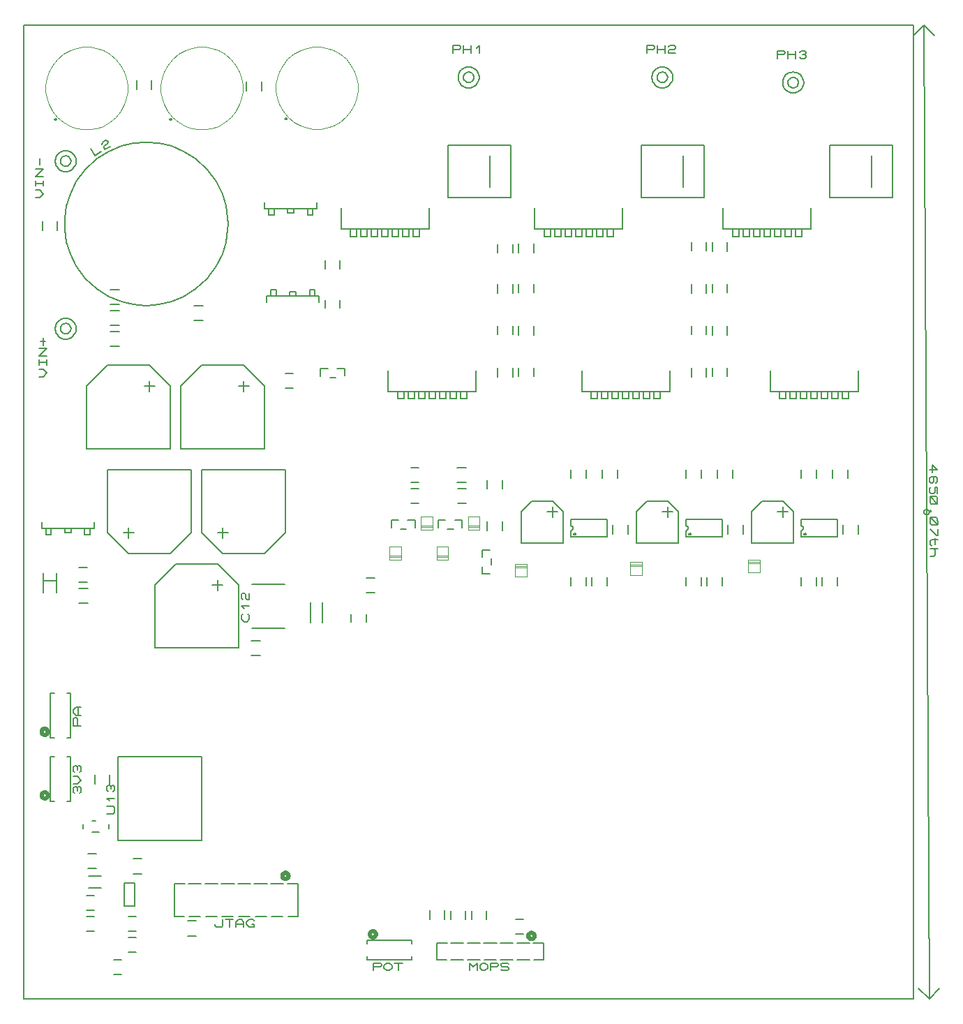
<source format=gbr>
G04 PROTEUS GERBER X2 FILE*
%TF.GenerationSoftware,Labcenter,Proteus,8.7-SP3-Build25561*%
%TF.CreationDate,2021-06-23T20:43:36+00:00*%
%TF.FileFunction,Legend,Top*%
%TF.FilePolarity,Positive*%
%TF.Part,Single*%
%TF.SameCoordinates,{72a0a031-abb8-4097-8df3-996e39d3871e}*%
%FSLAX45Y45*%
%MOMM*%
G01*
%TA.AperFunction,Profile*%
%ADD47C,0.203200*%
%TA.AperFunction,Material*%
%ADD61C,0.203200*%
%ADD62C,0.200000*%
%ADD63C,0.101600*%
%ADD64C,0.508000*%
%ADD65C,0.152400*%
%ADD66C,0.120000*%
%TA.AperFunction,NonMaterial*%
%ADD48C,0.203200*%
%TD.AperFunction*%
D47*
X-1079500Y-9461500D02*
X+9715500Y-9461500D01*
X+9715500Y+2349500D01*
X-1079500Y+2349500D01*
X-1079500Y-9461500D01*
D61*
X+3340100Y-1841500D02*
X+3340100Y-2095500D01*
X+4406900Y-2095500D01*
X+4406900Y-1841500D02*
X+4406900Y-2095500D01*
X+3454400Y-2184400D02*
X+3530600Y-2184400D01*
X+3530600Y-2095500D01*
X+3454400Y-2095500D01*
X+3454400Y-2184400D01*
X+3581400Y-2184400D02*
X+3657600Y-2184400D01*
X+3657600Y-2095500D01*
X+3581400Y-2095500D01*
X+3581400Y-2184400D01*
X+3708400Y-2184400D02*
X+3784600Y-2184400D01*
X+3784600Y-2095500D01*
X+3708400Y-2095500D01*
X+3708400Y-2184400D01*
X+3835400Y-2184400D02*
X+3911600Y-2184400D01*
X+3911600Y-2095500D01*
X+3835400Y-2095500D01*
X+3835400Y-2184400D01*
X+3962400Y-2184400D02*
X+4038600Y-2184400D01*
X+4038600Y-2095500D01*
X+3962400Y-2095500D01*
X+3962400Y-2184400D01*
X+4089400Y-2184400D02*
X+4165600Y-2184400D01*
X+4165600Y-2095500D01*
X+4089400Y-2095500D01*
X+4089400Y-2184400D01*
X+4216400Y-2184400D02*
X+4292600Y-2184400D01*
X+4292600Y-2095500D01*
X+4216400Y-2095500D01*
X+4216400Y-2184400D01*
X+5118100Y+127000D02*
X+5118100Y-127000D01*
X+6184900Y-127000D01*
X+6184900Y+127000D02*
X+6184900Y-127000D01*
X+5232400Y-215900D02*
X+5308600Y-215900D01*
X+5308600Y-127000D01*
X+5232400Y-127000D01*
X+5232400Y-215900D01*
X+5359400Y-215900D02*
X+5435600Y-215900D01*
X+5435600Y-127000D01*
X+5359400Y-127000D01*
X+5359400Y-215900D01*
X+5486400Y-215900D02*
X+5562600Y-215900D01*
X+5562600Y-127000D01*
X+5486400Y-127000D01*
X+5486400Y-215900D01*
X+5613400Y-215900D02*
X+5689600Y-215900D01*
X+5689600Y-127000D01*
X+5613400Y-127000D01*
X+5613400Y-215900D01*
X+5740400Y-215900D02*
X+5816600Y-215900D01*
X+5816600Y-127000D01*
X+5740400Y-127000D01*
X+5740400Y-215900D01*
X+5867400Y-215900D02*
X+5943600Y-215900D01*
X+5943600Y-127000D01*
X+5867400Y-127000D01*
X+5867400Y-215900D01*
X+5994400Y-215900D02*
X+6070600Y-215900D01*
X+6070600Y-127000D01*
X+5994400Y-127000D01*
X+5994400Y-215900D01*
X+5689600Y-1841500D02*
X+5689600Y-2095500D01*
X+6756400Y-2095500D01*
X+6756400Y-1841500D02*
X+6756400Y-2095500D01*
X+5803900Y-2184400D02*
X+5880100Y-2184400D01*
X+5880100Y-2095500D01*
X+5803900Y-2095500D01*
X+5803900Y-2184400D01*
X+5930900Y-2184400D02*
X+6007100Y-2184400D01*
X+6007100Y-2095500D01*
X+5930900Y-2095500D01*
X+5930900Y-2184400D01*
X+6057900Y-2184400D02*
X+6134100Y-2184400D01*
X+6134100Y-2095500D01*
X+6057900Y-2095500D01*
X+6057900Y-2184400D01*
X+6184900Y-2184400D02*
X+6261100Y-2184400D01*
X+6261100Y-2095500D01*
X+6184900Y-2095500D01*
X+6184900Y-2184400D01*
X+6311900Y-2184400D02*
X+6388100Y-2184400D01*
X+6388100Y-2095500D01*
X+6311900Y-2095500D01*
X+6311900Y-2184400D01*
X+6438900Y-2184400D02*
X+6515100Y-2184400D01*
X+6515100Y-2095500D01*
X+6438900Y-2095500D01*
X+6438900Y-2184400D01*
X+6565900Y-2184400D02*
X+6642100Y-2184400D01*
X+6642100Y-2095500D01*
X+6565900Y-2095500D01*
X+6565900Y-2184400D01*
X+7404100Y+127000D02*
X+7404100Y-127000D01*
X+8470900Y-127000D01*
X+8470900Y+127000D02*
X+8470900Y-127000D01*
X+7518400Y-215900D02*
X+7594600Y-215900D01*
X+7594600Y-127000D01*
X+7518400Y-127000D01*
X+7518400Y-215900D01*
X+7645400Y-215900D02*
X+7721600Y-215900D01*
X+7721600Y-127000D01*
X+7645400Y-127000D01*
X+7645400Y-215900D01*
X+7772400Y-215900D02*
X+7848600Y-215900D01*
X+7848600Y-127000D01*
X+7772400Y-127000D01*
X+7772400Y-215900D01*
X+7899400Y-215900D02*
X+7975600Y-215900D01*
X+7975600Y-127000D01*
X+7899400Y-127000D01*
X+7899400Y-215900D01*
X+8026400Y-215900D02*
X+8102600Y-215900D01*
X+8102600Y-127000D01*
X+8026400Y-127000D01*
X+8026400Y-215900D01*
X+8153400Y-215900D02*
X+8229600Y-215900D01*
X+8229600Y-127000D01*
X+8153400Y-127000D01*
X+8153400Y-215900D01*
X+8280400Y-215900D02*
X+8356600Y-215900D01*
X+8356600Y-127000D01*
X+8280400Y-127000D01*
X+8280400Y-215900D01*
X+7975600Y-1841500D02*
X+7975600Y-2095500D01*
X+9042400Y-2095500D01*
X+9042400Y-1841500D02*
X+9042400Y-2095500D01*
X+8089900Y-2184400D02*
X+8166100Y-2184400D01*
X+8166100Y-2095500D01*
X+8089900Y-2095500D01*
X+8089900Y-2184400D01*
X+8216900Y-2184400D02*
X+8293100Y-2184400D01*
X+8293100Y-2095500D01*
X+8216900Y-2095500D01*
X+8216900Y-2184400D01*
X+8343900Y-2184400D02*
X+8420100Y-2184400D01*
X+8420100Y-2095500D01*
X+8343900Y-2095500D01*
X+8343900Y-2184400D01*
X+8470900Y-2184400D02*
X+8547100Y-2184400D01*
X+8547100Y-2095500D01*
X+8470900Y-2095500D01*
X+8470900Y-2184400D01*
X+8597900Y-2184400D02*
X+8674100Y-2184400D01*
X+8674100Y-2095500D01*
X+8597900Y-2095500D01*
X+8597900Y-2184400D01*
X+8724900Y-2184400D02*
X+8801100Y-2184400D01*
X+8801100Y-2095500D01*
X+8724900Y-2095500D01*
X+8724900Y-2184400D01*
X+8851900Y-2184400D02*
X+8928100Y-2184400D01*
X+8928100Y-2095500D01*
X+8851900Y-2095500D01*
X+8851900Y-2184400D01*
X+2768600Y+127000D02*
X+2768600Y-127000D01*
X+3835400Y-127000D01*
X+3835400Y+127000D02*
X+3835400Y-127000D01*
X+2882900Y-215900D02*
X+2959100Y-215900D01*
X+2959100Y-127000D01*
X+2882900Y-127000D01*
X+2882900Y-215900D01*
X+3009900Y-215900D02*
X+3086100Y-215900D01*
X+3086100Y-127000D01*
X+3009900Y-127000D01*
X+3009900Y-215900D01*
X+3136900Y-215900D02*
X+3213100Y-215900D01*
X+3213100Y-127000D01*
X+3136900Y-127000D01*
X+3136900Y-215900D01*
X+3263900Y-215900D02*
X+3340100Y-215900D01*
X+3340100Y-127000D01*
X+3263900Y-127000D01*
X+3263900Y-215900D01*
X+3390900Y-215900D02*
X+3467100Y-215900D01*
X+3467100Y-127000D01*
X+3390900Y-127000D01*
X+3390900Y-215900D01*
X+3517900Y-215900D02*
X+3594100Y-215900D01*
X+3594100Y-127000D01*
X+3517900Y-127000D01*
X+3517900Y-215900D01*
X+3644900Y-215900D02*
X+3721100Y-215900D01*
X+3721100Y-127000D01*
X+3644900Y-127000D01*
X+3644900Y-215900D01*
X+6413500Y+254000D02*
X+7175500Y+254000D01*
X+7175500Y+889000D01*
X+6413500Y+889000D01*
X+6413500Y+254000D01*
X+6921500Y+762000D02*
X+6921500Y+381000D01*
X+8699500Y+254000D02*
X+9461500Y+254000D01*
X+9461500Y+889000D01*
X+8699500Y+889000D01*
X+8699500Y+254000D01*
X+9207500Y+762000D02*
X+9207500Y+381000D01*
X+4064000Y+254000D02*
X+4826000Y+254000D01*
X+4826000Y+889000D01*
X+4064000Y+889000D01*
X+4064000Y+254000D01*
X+4572000Y+762000D02*
X+4572000Y+381000D01*
X+4445000Y+1714500D02*
X+4444573Y+1724909D01*
X+4441101Y+1745728D01*
X+4433845Y+1766547D01*
X+4422017Y+1787366D01*
X+4403920Y+1808024D01*
X+4383101Y+1823545D01*
X+4362282Y+1833530D01*
X+4341463Y+1839314D01*
X+4320644Y+1841472D01*
X+4318000Y+1841500D01*
X+4191000Y+1714500D02*
X+4191427Y+1724909D01*
X+4194899Y+1745728D01*
X+4202155Y+1766547D01*
X+4213983Y+1787366D01*
X+4232080Y+1808024D01*
X+4252899Y+1823545D01*
X+4273718Y+1833530D01*
X+4294537Y+1839314D01*
X+4315356Y+1841472D01*
X+4318000Y+1841500D01*
X+4191000Y+1714500D02*
X+4191427Y+1704091D01*
X+4194899Y+1683272D01*
X+4202155Y+1662453D01*
X+4213983Y+1641634D01*
X+4232080Y+1620976D01*
X+4252899Y+1605455D01*
X+4273718Y+1595470D01*
X+4294537Y+1589686D01*
X+4315356Y+1587528D01*
X+4318000Y+1587500D01*
X+4445000Y+1714500D02*
X+4444573Y+1704091D01*
X+4441101Y+1683272D01*
X+4433845Y+1662453D01*
X+4422017Y+1641634D01*
X+4403920Y+1620976D01*
X+4383101Y+1605455D01*
X+4362282Y+1595470D01*
X+4341463Y+1589686D01*
X+4320644Y+1587528D01*
X+4318000Y+1587500D01*
X+4381500Y+1714500D02*
X+4381283Y+1719747D01*
X+4379518Y+1730242D01*
X+4375826Y+1740737D01*
X+4369798Y+1751232D01*
X+4360576Y+1761612D01*
X+4350081Y+1769300D01*
X+4339586Y+1774218D01*
X+4329091Y+1777024D01*
X+4318596Y+1777997D01*
X+4318000Y+1778000D01*
X+4254500Y+1714500D02*
X+4254717Y+1719747D01*
X+4256482Y+1730242D01*
X+4260174Y+1740737D01*
X+4266202Y+1751232D01*
X+4275424Y+1761612D01*
X+4285919Y+1769300D01*
X+4296414Y+1774218D01*
X+4306909Y+1777024D01*
X+4317404Y+1777997D01*
X+4318000Y+1778000D01*
X+4254500Y+1714500D02*
X+4254717Y+1709253D01*
X+4256482Y+1698758D01*
X+4260174Y+1688263D01*
X+4266202Y+1677768D01*
X+4275424Y+1667388D01*
X+4285919Y+1659700D01*
X+4296414Y+1654782D01*
X+4306909Y+1651976D01*
X+4317404Y+1651003D01*
X+4318000Y+1651000D01*
X+4381500Y+1714500D02*
X+4381283Y+1709253D01*
X+4379518Y+1698758D01*
X+4375826Y+1688263D01*
X+4369798Y+1677768D01*
X+4360576Y+1667388D01*
X+4350081Y+1659700D01*
X+4339586Y+1654782D01*
X+4329091Y+1651976D01*
X+4318596Y+1651003D01*
X+4318000Y+1651000D01*
X+4127500Y+2009140D02*
X+4127500Y+2100580D01*
X+4206875Y+2100580D01*
X+4222750Y+2085340D01*
X+4222750Y+2070100D01*
X+4206875Y+2054860D01*
X+4127500Y+2054860D01*
X+4254500Y+2009140D02*
X+4254500Y+2100580D01*
X+4349750Y+2100580D02*
X+4349750Y+2009140D01*
X+4254500Y+2054860D02*
X+4349750Y+2054860D01*
X+4413250Y+2070100D02*
X+4445000Y+2100580D01*
X+4445000Y+2009140D01*
X+6794500Y+1714500D02*
X+6794073Y+1724909D01*
X+6790601Y+1745728D01*
X+6783345Y+1766547D01*
X+6771517Y+1787366D01*
X+6753420Y+1808024D01*
X+6732601Y+1823545D01*
X+6711782Y+1833530D01*
X+6690963Y+1839314D01*
X+6670144Y+1841472D01*
X+6667500Y+1841500D01*
X+6540500Y+1714500D02*
X+6540927Y+1724909D01*
X+6544399Y+1745728D01*
X+6551655Y+1766547D01*
X+6563483Y+1787366D01*
X+6581580Y+1808024D01*
X+6602399Y+1823545D01*
X+6623218Y+1833530D01*
X+6644037Y+1839314D01*
X+6664856Y+1841472D01*
X+6667500Y+1841500D01*
X+6540500Y+1714500D02*
X+6540927Y+1704091D01*
X+6544399Y+1683272D01*
X+6551655Y+1662453D01*
X+6563483Y+1641634D01*
X+6581580Y+1620976D01*
X+6602399Y+1605455D01*
X+6623218Y+1595470D01*
X+6644037Y+1589686D01*
X+6664856Y+1587528D01*
X+6667500Y+1587500D01*
X+6794500Y+1714500D02*
X+6794073Y+1704091D01*
X+6790601Y+1683272D01*
X+6783345Y+1662453D01*
X+6771517Y+1641634D01*
X+6753420Y+1620976D01*
X+6732601Y+1605455D01*
X+6711782Y+1595470D01*
X+6690963Y+1589686D01*
X+6670144Y+1587528D01*
X+6667500Y+1587500D01*
X+6731000Y+1714500D02*
X+6730783Y+1719747D01*
X+6729018Y+1730242D01*
X+6725326Y+1740737D01*
X+6719298Y+1751232D01*
X+6710076Y+1761612D01*
X+6699581Y+1769300D01*
X+6689086Y+1774218D01*
X+6678591Y+1777024D01*
X+6668096Y+1777997D01*
X+6667500Y+1778000D01*
X+6604000Y+1714500D02*
X+6604217Y+1719747D01*
X+6605982Y+1730242D01*
X+6609674Y+1740737D01*
X+6615702Y+1751232D01*
X+6624924Y+1761612D01*
X+6635419Y+1769300D01*
X+6645914Y+1774218D01*
X+6656409Y+1777024D01*
X+6666904Y+1777997D01*
X+6667500Y+1778000D01*
X+6604000Y+1714500D02*
X+6604217Y+1709253D01*
X+6605982Y+1698758D01*
X+6609674Y+1688263D01*
X+6615702Y+1677768D01*
X+6624924Y+1667388D01*
X+6635419Y+1659700D01*
X+6645914Y+1654782D01*
X+6656409Y+1651976D01*
X+6666904Y+1651003D01*
X+6667500Y+1651000D01*
X+6731000Y+1714500D02*
X+6730783Y+1709253D01*
X+6729018Y+1698758D01*
X+6725326Y+1688263D01*
X+6719298Y+1677768D01*
X+6710076Y+1667388D01*
X+6699581Y+1659700D01*
X+6689086Y+1654782D01*
X+6678591Y+1651976D01*
X+6668096Y+1651003D01*
X+6667500Y+1651000D01*
X+6477000Y+2009140D02*
X+6477000Y+2100580D01*
X+6556375Y+2100580D01*
X+6572250Y+2085340D01*
X+6572250Y+2070100D01*
X+6556375Y+2054860D01*
X+6477000Y+2054860D01*
X+6604000Y+2009140D02*
X+6604000Y+2100580D01*
X+6699250Y+2100580D02*
X+6699250Y+2009140D01*
X+6604000Y+2054860D02*
X+6699250Y+2054860D01*
X+6746875Y+2085340D02*
X+6762750Y+2100580D01*
X+6810375Y+2100580D01*
X+6826250Y+2085340D01*
X+6826250Y+2070100D01*
X+6810375Y+2054860D01*
X+6762750Y+2054860D01*
X+6746875Y+2039620D01*
X+6746875Y+2009140D01*
X+6826250Y+2009140D01*
X+8382000Y+1651000D02*
X+8381573Y+1661409D01*
X+8378101Y+1682228D01*
X+8370845Y+1703047D01*
X+8359017Y+1723866D01*
X+8340920Y+1744524D01*
X+8320101Y+1760045D01*
X+8299282Y+1770030D01*
X+8278463Y+1775814D01*
X+8257644Y+1777972D01*
X+8255000Y+1778000D01*
X+8128000Y+1651000D02*
X+8128427Y+1661409D01*
X+8131899Y+1682228D01*
X+8139155Y+1703047D01*
X+8150983Y+1723866D01*
X+8169080Y+1744524D01*
X+8189899Y+1760045D01*
X+8210718Y+1770030D01*
X+8231537Y+1775814D01*
X+8252356Y+1777972D01*
X+8255000Y+1778000D01*
X+8128000Y+1651000D02*
X+8128427Y+1640591D01*
X+8131899Y+1619772D01*
X+8139155Y+1598953D01*
X+8150983Y+1578134D01*
X+8169080Y+1557476D01*
X+8189899Y+1541955D01*
X+8210718Y+1531970D01*
X+8231537Y+1526186D01*
X+8252356Y+1524028D01*
X+8255000Y+1524000D01*
X+8382000Y+1651000D02*
X+8381573Y+1640591D01*
X+8378101Y+1619772D01*
X+8370845Y+1598953D01*
X+8359017Y+1578134D01*
X+8340920Y+1557476D01*
X+8320101Y+1541955D01*
X+8299282Y+1531970D01*
X+8278463Y+1526186D01*
X+8257644Y+1524028D01*
X+8255000Y+1524000D01*
X+8318500Y+1651000D02*
X+8318283Y+1656247D01*
X+8316518Y+1666742D01*
X+8312826Y+1677237D01*
X+8306798Y+1687732D01*
X+8297576Y+1698112D01*
X+8287081Y+1705800D01*
X+8276586Y+1710718D01*
X+8266091Y+1713524D01*
X+8255596Y+1714497D01*
X+8255000Y+1714500D01*
X+8191500Y+1651000D02*
X+8191717Y+1656247D01*
X+8193482Y+1666742D01*
X+8197174Y+1677237D01*
X+8203202Y+1687732D01*
X+8212424Y+1698112D01*
X+8222919Y+1705800D01*
X+8233414Y+1710718D01*
X+8243909Y+1713524D01*
X+8254404Y+1714497D01*
X+8255000Y+1714500D01*
X+8191500Y+1651000D02*
X+8191717Y+1645753D01*
X+8193482Y+1635258D01*
X+8197174Y+1624763D01*
X+8203202Y+1614268D01*
X+8212424Y+1603888D01*
X+8222919Y+1596200D01*
X+8233414Y+1591282D01*
X+8243909Y+1588476D01*
X+8254404Y+1587503D01*
X+8255000Y+1587500D01*
X+8318500Y+1651000D02*
X+8318283Y+1645753D01*
X+8316518Y+1635258D01*
X+8312826Y+1624763D01*
X+8306798Y+1614268D01*
X+8297576Y+1603888D01*
X+8287081Y+1596200D01*
X+8276586Y+1591282D01*
X+8266091Y+1588476D01*
X+8255596Y+1587503D01*
X+8255000Y+1587500D01*
X+8064500Y+1945640D02*
X+8064500Y+2037080D01*
X+8143875Y+2037080D01*
X+8159750Y+2021840D01*
X+8159750Y+2006600D01*
X+8143875Y+1991360D01*
X+8064500Y+1991360D01*
X+8191500Y+1945640D02*
X+8191500Y+2037080D01*
X+8286750Y+2037080D02*
X+8286750Y+1945640D01*
X+8191500Y+1991360D02*
X+8286750Y+1991360D01*
X+8334375Y+2021840D02*
X+8350250Y+2037080D01*
X+8397875Y+2037080D01*
X+8413750Y+2021840D01*
X+8413750Y+2006600D01*
X+8397875Y+1991360D01*
X+8413750Y+1976120D01*
X+8413750Y+1960880D01*
X+8397875Y+1945640D01*
X+8350250Y+1945640D01*
X+8334375Y+1960880D01*
X+8366125Y+1991360D02*
X+8397875Y+1991360D01*
X+2501900Y-1016000D02*
X+2501900Y-939800D01*
X+1866900Y-939800D01*
X+1866900Y-1016000D01*
X+2222500Y-939800D02*
X+2222500Y-889000D01*
X+2146300Y-889000D01*
X+2146300Y-939800D01*
X+2451100Y-939800D02*
X+2451100Y-863600D01*
X+2387600Y-863600D01*
X+2387600Y-939800D01*
X+1917700Y-939800D02*
X+1917700Y-863600D01*
X+1981200Y-863600D01*
X+1981200Y-939800D02*
X+1981200Y-863600D01*
X+1841500Y+198120D02*
X+1841500Y+121920D01*
X+2476500Y+121920D01*
X+2476500Y+198120D01*
X+2120900Y+121920D02*
X+2120900Y+71120D01*
X+2197100Y+71120D01*
X+2197100Y+121920D01*
X+1892300Y+121920D02*
X+1892300Y+45720D01*
X+1955800Y+45720D01*
X+1955800Y+121920D01*
X+2425700Y+121920D02*
X+2425700Y+45720D01*
X+2362200Y+45720D01*
X+2362200Y+121920D02*
X+2362200Y+45720D01*
X+1841500Y-2032000D02*
X+1587500Y-1778000D01*
X+1079500Y-1778000D01*
X+825500Y-2032000D01*
X+825500Y-2794000D01*
X+1841500Y-2794000D01*
X+1841500Y-2032000D01*
X+1587500Y-1968500D02*
X+1587500Y-2095500D01*
X+1651000Y-2032000D02*
X+1524000Y-2032000D01*
X+698500Y-2032000D02*
X+444500Y-1778000D01*
X-63500Y-1778000D01*
X-317500Y-2032000D01*
X-317500Y-2794000D01*
X+698500Y-2794000D01*
X+698500Y-2032000D01*
X+444500Y-1968500D02*
X+444500Y-2095500D01*
X+508000Y-2032000D02*
X+381000Y-2032000D01*
X-863600Y-3683000D02*
X-863600Y-3759200D01*
X-228600Y-3759200D01*
X-228600Y-3683000D01*
X-584200Y-3759200D02*
X-584200Y-3810000D01*
X-508000Y-3810000D01*
X-508000Y-3759200D01*
X-812800Y-3759200D02*
X-812800Y-3835400D01*
X-749300Y-3835400D01*
X-749300Y-3759200D01*
X-279400Y-3759200D02*
X-279400Y-3835400D01*
X-342900Y-3835400D01*
X-342900Y-3759200D02*
X-342900Y-3835400D01*
X-842000Y-4538000D02*
X-842000Y-4298000D01*
X-682000Y-4538000D02*
X-682000Y-4298000D01*
X-842000Y-4388000D02*
X-682000Y-4388000D01*
D62*
X-413000Y-4408000D02*
X-313000Y-4408000D01*
X-413000Y-4228000D02*
X-313000Y-4228000D01*
D61*
X-63500Y-3810000D02*
X+190500Y-4064000D01*
X+698500Y-4064000D01*
X+952500Y-3810000D01*
X+952500Y-3048000D01*
X-63500Y-3048000D01*
X-63500Y-3810000D01*
X+190500Y-3873500D02*
X+190500Y-3746500D01*
X+127000Y-3810000D02*
X+254000Y-3810000D01*
D62*
X+2087500Y-4434000D02*
X+1687500Y-4434000D01*
X+2087500Y-4964000D02*
X+1687500Y-4964000D01*
D61*
X+2399837Y-4896337D02*
X+2399837Y-4656337D01*
X+2539837Y-4896337D02*
X+2539837Y-4656337D01*
X+1079500Y-3810000D02*
X+1333500Y-4064000D01*
X+1841500Y-4064000D01*
X+2095500Y-3810000D01*
X+2095500Y-3048000D01*
X+1079500Y-3048000D01*
X+1079500Y-3810000D01*
X+1333500Y-3873500D02*
X+1333500Y-3746500D01*
X+1270000Y-3810000D02*
X+1397000Y-3810000D01*
D62*
X-413000Y-4662000D02*
X-303000Y-4662000D01*
X-413000Y-4482000D02*
X-303000Y-4482000D01*
X+2894500Y-4794000D02*
X+2894500Y-4894000D01*
X+3074500Y-4794000D02*
X+3074500Y-4894000D01*
X+3179500Y-4355000D02*
X+3079500Y-4355000D01*
X+3179500Y-4535000D02*
X+3079500Y-4535000D01*
X+78000Y-1370500D02*
X-32000Y-1370500D01*
X+78000Y-1550500D02*
X-32000Y-1550500D01*
X+78000Y-862500D02*
X-32000Y-862500D01*
X+78000Y-1042500D02*
X-32000Y-1042500D01*
X+78000Y-1116500D02*
X-32000Y-1116500D01*
X+78000Y-1296500D02*
X-32000Y-1296500D01*
X+291000Y+1683000D02*
X+291000Y+1573000D01*
X+471000Y+1683000D02*
X+471000Y+1573000D01*
X+1624500Y+1665500D02*
X+1624500Y+1555500D01*
X+1804500Y+1665500D02*
X+1804500Y+1555500D01*
X+984000Y-1233000D02*
X+1094000Y-1233000D01*
X+984000Y-1053000D02*
X+1094000Y-1053000D01*
D61*
X-444500Y+698500D02*
X-444927Y+708909D01*
X-448399Y+729728D01*
X-455655Y+750547D01*
X-467483Y+771366D01*
X-485580Y+792024D01*
X-506399Y+807545D01*
X-527218Y+817530D01*
X-548037Y+823314D01*
X-568856Y+825472D01*
X-571500Y+825500D01*
X-698500Y+698500D02*
X-698073Y+708909D01*
X-694601Y+729728D01*
X-687345Y+750547D01*
X-675517Y+771366D01*
X-657420Y+792024D01*
X-636601Y+807545D01*
X-615782Y+817530D01*
X-594963Y+823314D01*
X-574144Y+825472D01*
X-571500Y+825500D01*
X-698500Y+698500D02*
X-698073Y+688091D01*
X-694601Y+667272D01*
X-687345Y+646453D01*
X-675517Y+625634D01*
X-657420Y+604976D01*
X-636601Y+589455D01*
X-615782Y+579470D01*
X-594963Y+573686D01*
X-574144Y+571528D01*
X-571500Y+571500D01*
X-444500Y+698500D02*
X-444927Y+688091D01*
X-448399Y+667272D01*
X-455655Y+646453D01*
X-467483Y+625634D01*
X-485580Y+604976D01*
X-506399Y+589455D01*
X-527218Y+579470D01*
X-548037Y+573686D01*
X-568856Y+571528D01*
X-571500Y+571500D01*
X-508000Y+698500D02*
X-508217Y+703747D01*
X-509982Y+714242D01*
X-513674Y+724737D01*
X-519702Y+735232D01*
X-528924Y+745612D01*
X-539419Y+753300D01*
X-549914Y+758218D01*
X-560409Y+761024D01*
X-570904Y+761997D01*
X-571500Y+762000D01*
X-635000Y+698500D02*
X-634783Y+703747D01*
X-633018Y+714242D01*
X-629326Y+724737D01*
X-623298Y+735232D01*
X-614076Y+745612D01*
X-603581Y+753300D01*
X-593086Y+758218D01*
X-582591Y+761024D01*
X-572096Y+761997D01*
X-571500Y+762000D01*
X-635000Y+698500D02*
X-634783Y+693253D01*
X-633018Y+682758D01*
X-629326Y+672263D01*
X-623298Y+661768D01*
X-614076Y+651388D01*
X-603581Y+643700D01*
X-593086Y+638782D01*
X-582591Y+635976D01*
X-572096Y+635003D01*
X-571500Y+635000D01*
X-508000Y+698500D02*
X-508217Y+693253D01*
X-509982Y+682758D01*
X-513674Y+672263D01*
X-519702Y+661768D01*
X-528924Y+651388D01*
X-539419Y+643700D01*
X-549914Y+638782D01*
X-560409Y+635976D01*
X-570904Y+635003D01*
X-571500Y+635000D01*
X-932180Y+254000D02*
X-886460Y+254000D01*
X-840740Y+301625D01*
X-886460Y+349250D01*
X-932180Y+349250D01*
X-932180Y+396875D02*
X-932180Y+460375D01*
X-932180Y+428625D02*
X-840740Y+428625D01*
X-840740Y+396875D02*
X-840740Y+460375D01*
X-840740Y+508000D02*
X-932180Y+508000D01*
X-840740Y+603250D01*
X-932180Y+603250D01*
X-886460Y+650875D02*
X-886460Y+730250D01*
X-444500Y-1333500D02*
X-444927Y-1323091D01*
X-448399Y-1302272D01*
X-455655Y-1281453D01*
X-467483Y-1260634D01*
X-485580Y-1239976D01*
X-506399Y-1224455D01*
X-527218Y-1214470D01*
X-548037Y-1208686D01*
X-568856Y-1206528D01*
X-571500Y-1206500D01*
X-698500Y-1333500D02*
X-698073Y-1323091D01*
X-694601Y-1302272D01*
X-687345Y-1281453D01*
X-675517Y-1260634D01*
X-657420Y-1239976D01*
X-636601Y-1224455D01*
X-615782Y-1214470D01*
X-594963Y-1208686D01*
X-574144Y-1206528D01*
X-571500Y-1206500D01*
X-698500Y-1333500D02*
X-698073Y-1343909D01*
X-694601Y-1364728D01*
X-687345Y-1385547D01*
X-675517Y-1406366D01*
X-657420Y-1427024D01*
X-636601Y-1442545D01*
X-615782Y-1452530D01*
X-594963Y-1458314D01*
X-574144Y-1460472D01*
X-571500Y-1460500D01*
X-444500Y-1333500D02*
X-444927Y-1343909D01*
X-448399Y-1364728D01*
X-455655Y-1385547D01*
X-467483Y-1406366D01*
X-485580Y-1427024D01*
X-506399Y-1442545D01*
X-527218Y-1452530D01*
X-548037Y-1458314D01*
X-568856Y-1460472D01*
X-571500Y-1460500D01*
X-508000Y-1333500D02*
X-508217Y-1328253D01*
X-509982Y-1317758D01*
X-513674Y-1307263D01*
X-519702Y-1296768D01*
X-528924Y-1286388D01*
X-539419Y-1278700D01*
X-549914Y-1273782D01*
X-560409Y-1270976D01*
X-570904Y-1270003D01*
X-571500Y-1270000D01*
X-635000Y-1333500D02*
X-634783Y-1328253D01*
X-633018Y-1317758D01*
X-629326Y-1307263D01*
X-623298Y-1296768D01*
X-614076Y-1286388D01*
X-603581Y-1278700D01*
X-593086Y-1273782D01*
X-582591Y-1270976D01*
X-572096Y-1270003D01*
X-571500Y-1270000D01*
X-635000Y-1333500D02*
X-634783Y-1338747D01*
X-633018Y-1349242D01*
X-629326Y-1359737D01*
X-623298Y-1370232D01*
X-614076Y-1380612D01*
X-603581Y-1388300D01*
X-593086Y-1393218D01*
X-582591Y-1396024D01*
X-572096Y-1396997D01*
X-571500Y-1397000D01*
X-508000Y-1333500D02*
X-508217Y-1338747D01*
X-509982Y-1349242D01*
X-513674Y-1359737D01*
X-519702Y-1370232D01*
X-528924Y-1380612D01*
X-539419Y-1388300D01*
X-549914Y-1393218D01*
X-560409Y-1396024D01*
X-570904Y-1396997D01*
X-571500Y-1397000D01*
X-891540Y-1917700D02*
X-845820Y-1917700D01*
X-800100Y-1870075D01*
X-845820Y-1822450D01*
X-891540Y-1822450D01*
X-891540Y-1774825D02*
X-891540Y-1711325D01*
X-891540Y-1743075D02*
X-800100Y-1743075D01*
X-800100Y-1774825D02*
X-800100Y-1711325D01*
X-800100Y-1663700D02*
X-891540Y-1663700D01*
X-800100Y-1568450D01*
X-891540Y-1568450D01*
X-845820Y-1536700D02*
X-845820Y-1441450D01*
X-876300Y-1489075D02*
X-815340Y-1489075D01*
D62*
X+2757000Y-603500D02*
X+2757000Y-503500D01*
X+2577000Y-603500D02*
X+2577000Y-503500D01*
X+2191000Y-1878500D02*
X+2091000Y-1878500D01*
X+2191000Y-2058500D02*
X+2091000Y-2058500D01*
X+2757000Y-1084000D02*
X+2757000Y-984000D01*
X+2577000Y-1084000D02*
X+2577000Y-984000D01*
D61*
X+2811780Y-1813560D02*
X+2722880Y-1813560D01*
X+2705100Y-1925320D02*
X+2633980Y-1925320D01*
X+2811780Y-1813560D02*
X+2811780Y-1905000D01*
X+2522220Y-1907540D02*
X+2522220Y-1813560D01*
X+2608580Y-1813560D01*
D62*
X+1792500Y-5117000D02*
X+1682500Y-5117000D01*
X+1792500Y-5297000D02*
X+1682500Y-5297000D01*
X+5942500Y-3043500D02*
X+5942500Y-3143500D01*
X+6122500Y-3043500D02*
X+6122500Y-3143500D01*
X+5561500Y-3043500D02*
X+5561500Y-3143500D01*
X+5741500Y-3043500D02*
X+5741500Y-3143500D01*
D61*
X+5554980Y-3860800D02*
X+5554980Y-3779838D01*
X+5565601Y-3777756D01*
X+5574167Y-3772036D01*
X+5579886Y-3763471D01*
X+5581968Y-3752850D01*
X+5554980Y-3725862D02*
X+5565601Y-3727944D01*
X+5574167Y-3733664D01*
X+5579886Y-3742229D01*
X+5581968Y-3752850D01*
X+5554980Y-3725862D02*
X+5554980Y-3644900D01*
X+6002020Y-3784600D02*
X+6002020Y-3721100D01*
X+5588000Y-3860800D02*
X+5969000Y-3860800D01*
X+5588000Y-3644900D02*
X+5969000Y-3644900D01*
X+5588000Y-3860800D02*
X+5554980Y-3860800D01*
X+5554980Y-3644900D02*
X+5588000Y-3644900D01*
X+6002020Y-3721100D02*
X+6002020Y-3644900D01*
X+5969000Y-3644900D01*
X+5969000Y-3860800D02*
X+6002020Y-3860800D01*
X+6002020Y-3784600D01*
X+5614416Y-3825240D02*
X+5614381Y-3824395D01*
X+5614094Y-3822704D01*
X+5613495Y-3821013D01*
X+5612515Y-3819322D01*
X+5611015Y-3817654D01*
X+5609324Y-3816434D01*
X+5607633Y-3815658D01*
X+5605942Y-3815221D01*
X+5604256Y-3815080D01*
X+5594096Y-3825240D02*
X+5594131Y-3824395D01*
X+5594418Y-3822704D01*
X+5595017Y-3821013D01*
X+5595997Y-3819322D01*
X+5597497Y-3817654D01*
X+5599188Y-3816434D01*
X+5600879Y-3815658D01*
X+5602570Y-3815221D01*
X+5604256Y-3815080D01*
X+5594096Y-3825240D02*
X+5594131Y-3826085D01*
X+5594418Y-3827776D01*
X+5595017Y-3829467D01*
X+5595997Y-3831158D01*
X+5597497Y-3832826D01*
X+5599188Y-3834046D01*
X+5600879Y-3834822D01*
X+5602570Y-3835259D01*
X+5604256Y-3835400D01*
X+5614416Y-3825240D02*
X+5614381Y-3826085D01*
X+5614094Y-3827776D01*
X+5613495Y-3829467D01*
X+5612515Y-3831158D01*
X+5611015Y-3832826D01*
X+5609324Y-3834046D01*
X+5607633Y-3834822D01*
X+5605942Y-3835259D01*
X+5604256Y-3835400D01*
X+6951980Y-3860800D02*
X+6951980Y-3779838D01*
X+6962601Y-3777756D01*
X+6971167Y-3772036D01*
X+6976886Y-3763471D01*
X+6978968Y-3752850D01*
X+6951980Y-3725862D02*
X+6962601Y-3727944D01*
X+6971167Y-3733664D01*
X+6976886Y-3742229D01*
X+6978968Y-3752850D01*
X+6951980Y-3725862D02*
X+6951980Y-3644900D01*
X+7399020Y-3784600D02*
X+7399020Y-3721100D01*
X+6985000Y-3860800D02*
X+7366000Y-3860800D01*
X+6985000Y-3644900D02*
X+7366000Y-3644900D01*
X+6985000Y-3860800D02*
X+6951980Y-3860800D01*
X+6951980Y-3644900D02*
X+6985000Y-3644900D01*
X+7399020Y-3721100D02*
X+7399020Y-3644900D01*
X+7366000Y-3644900D01*
X+7366000Y-3860800D02*
X+7399020Y-3860800D01*
X+7399020Y-3784600D01*
X+7011416Y-3825240D02*
X+7011381Y-3824395D01*
X+7011094Y-3822704D01*
X+7010495Y-3821013D01*
X+7009515Y-3819322D01*
X+7008015Y-3817654D01*
X+7006324Y-3816434D01*
X+7004633Y-3815658D01*
X+7002942Y-3815221D01*
X+7001256Y-3815080D01*
X+6991096Y-3825240D02*
X+6991131Y-3824395D01*
X+6991418Y-3822704D01*
X+6992017Y-3821013D01*
X+6992997Y-3819322D01*
X+6994497Y-3817654D01*
X+6996188Y-3816434D01*
X+6997879Y-3815658D01*
X+6999570Y-3815221D01*
X+7001256Y-3815080D01*
X+6991096Y-3825240D02*
X+6991131Y-3826085D01*
X+6991418Y-3827776D01*
X+6992017Y-3829467D01*
X+6992997Y-3831158D01*
X+6994497Y-3832826D01*
X+6996188Y-3834046D01*
X+6997879Y-3834822D01*
X+6999570Y-3835259D01*
X+7001256Y-3835400D01*
X+7011416Y-3825240D02*
X+7011381Y-3826085D01*
X+7011094Y-3827776D01*
X+7010495Y-3829467D01*
X+7009515Y-3831158D01*
X+7008015Y-3832826D01*
X+7006324Y-3834046D01*
X+7004633Y-3834822D01*
X+7002942Y-3835259D01*
X+7001256Y-3835400D01*
X+8348980Y-3860800D02*
X+8348980Y-3779838D01*
X+8359601Y-3777756D01*
X+8368167Y-3772036D01*
X+8373886Y-3763471D01*
X+8375968Y-3752850D01*
X+8348980Y-3725862D02*
X+8359601Y-3727944D01*
X+8368167Y-3733664D01*
X+8373886Y-3742229D01*
X+8375968Y-3752850D01*
X+8348980Y-3725862D02*
X+8348980Y-3644900D01*
X+8796020Y-3784600D02*
X+8796020Y-3721100D01*
X+8382000Y-3860800D02*
X+8763000Y-3860800D01*
X+8382000Y-3644900D02*
X+8763000Y-3644900D01*
X+8382000Y-3860800D02*
X+8348980Y-3860800D01*
X+8348980Y-3644900D02*
X+8382000Y-3644900D01*
X+8796020Y-3721100D02*
X+8796020Y-3644900D01*
X+8763000Y-3644900D01*
X+8763000Y-3860800D02*
X+8796020Y-3860800D01*
X+8796020Y-3784600D01*
X+8408416Y-3825240D02*
X+8408381Y-3824395D01*
X+8408094Y-3822704D01*
X+8407495Y-3821013D01*
X+8406515Y-3819322D01*
X+8405015Y-3817654D01*
X+8403324Y-3816434D01*
X+8401633Y-3815658D01*
X+8399942Y-3815221D01*
X+8398256Y-3815080D01*
X+8388096Y-3825240D02*
X+8388131Y-3824395D01*
X+8388418Y-3822704D01*
X+8389017Y-3821013D01*
X+8389997Y-3819322D01*
X+8391497Y-3817654D01*
X+8393188Y-3816434D01*
X+8394879Y-3815658D01*
X+8396570Y-3815221D01*
X+8398256Y-3815080D01*
X+8388096Y-3825240D02*
X+8388131Y-3826085D01*
X+8388418Y-3827776D01*
X+8389017Y-3829467D01*
X+8389997Y-3831158D01*
X+8391497Y-3832826D01*
X+8393188Y-3834046D01*
X+8394879Y-3834822D01*
X+8396570Y-3835259D01*
X+8398256Y-3835400D01*
X+8408416Y-3825240D02*
X+8408381Y-3826085D01*
X+8408094Y-3827776D01*
X+8407495Y-3829467D01*
X+8406515Y-3831158D01*
X+8405015Y-3832826D01*
X+8403324Y-3834046D01*
X+8401633Y-3834822D01*
X+8399942Y-3835259D01*
X+8398256Y-3835400D01*
D62*
X+6958500Y-3043500D02*
X+6958500Y-3143500D01*
X+7138500Y-3043500D02*
X+7138500Y-3143500D01*
D61*
X+5461000Y-3556000D02*
X+5334000Y-3429000D01*
X+5080000Y-3429000D01*
X+4953000Y-3556000D01*
X+4953000Y-3937000D01*
X+5461000Y-3937000D01*
X+5461000Y-3556000D01*
X+5334000Y-3492500D02*
X+5334000Y-3619500D01*
X+5397500Y-3556000D02*
X+5270500Y-3556000D01*
X+6858000Y-3556000D02*
X+6731000Y-3429000D01*
X+6477000Y-3429000D01*
X+6350000Y-3556000D01*
X+6350000Y-3937000D01*
X+6858000Y-3937000D01*
X+6858000Y-3556000D01*
X+6731000Y-3492500D02*
X+6731000Y-3619500D01*
X+6794500Y-3556000D02*
X+6667500Y-3556000D01*
X+8255000Y-3556000D02*
X+8128000Y-3429000D01*
X+7874000Y-3429000D01*
X+7747000Y-3556000D01*
X+7747000Y-3937000D01*
X+8255000Y-3937000D01*
X+8255000Y-3556000D01*
X+8128000Y-3492500D02*
X+8128000Y-3619500D01*
X+8191500Y-3556000D02*
X+8064500Y-3556000D01*
D63*
X+5023000Y-4213960D02*
X+4883000Y-4213960D01*
X+5023000Y-4233960D02*
X+4883000Y-4233960D01*
X+4883000Y-4343960D02*
X+5023000Y-4343960D01*
X+5023000Y-4183960D01*
X+4883000Y-4183960D01*
X+4883000Y-4343960D01*
X+6420000Y-4194910D02*
X+6280000Y-4194910D01*
X+6420000Y-4214910D02*
X+6280000Y-4214910D01*
X+6280000Y-4324910D02*
X+6420000Y-4324910D01*
X+6420000Y-4164910D01*
X+6280000Y-4164910D01*
X+6280000Y-4324910D01*
X+7848750Y-4163160D02*
X+7708750Y-4163160D01*
X+7848750Y-4183160D02*
X+7708750Y-4183160D01*
X+7708750Y-4293160D02*
X+7848750Y-4293160D01*
X+7848750Y-4133160D01*
X+7708750Y-4133160D01*
X+7708750Y-4293160D01*
D62*
X+6069500Y-3714500D02*
X+6069500Y-3824500D01*
X+6249500Y-3714500D02*
X+6249500Y-3824500D01*
X+7466500Y-3714500D02*
X+7466500Y-3824500D01*
X+7646500Y-3714500D02*
X+7646500Y-3824500D01*
X+8863500Y-3714500D02*
X+8863500Y-3824500D01*
X+9043500Y-3714500D02*
X+9043500Y-3824500D01*
X+7339500Y-3043500D02*
X+7339500Y-3143500D01*
X+7519500Y-3043500D02*
X+7519500Y-3143500D01*
X+8355500Y-3043500D02*
X+8355500Y-3143500D01*
X+8535500Y-3043500D02*
X+8535500Y-3143500D01*
X+8736500Y-3043500D02*
X+8736500Y-3143500D01*
X+8916500Y-3043500D02*
X+8916500Y-3143500D01*
X+8355500Y-4349500D02*
X+8355500Y-4449500D01*
X+8535500Y-4349500D02*
X+8535500Y-4449500D01*
X+8609500Y-4349500D02*
X+8609500Y-4449500D01*
X+8789500Y-4349500D02*
X+8789500Y-4449500D01*
X+6958500Y-4349500D02*
X+6958500Y-4449500D01*
X+7138500Y-4349500D02*
X+7138500Y-4449500D01*
X+7212500Y-4349500D02*
X+7212500Y-4449500D01*
X+7392500Y-4349500D02*
X+7392500Y-4449500D01*
X+5561500Y-4349500D02*
X+5561500Y-4449500D01*
X+5741500Y-4349500D02*
X+5741500Y-4449500D01*
X+5815500Y-4349500D02*
X+5815500Y-4449500D01*
X+5995500Y-4349500D02*
X+5995500Y-4449500D01*
X+4926500Y-793500D02*
X+4926500Y-893500D01*
X+5106500Y-793500D02*
X+5106500Y-893500D01*
X+4672500Y-313000D02*
X+4672500Y-413000D01*
X+4852500Y-313000D02*
X+4852500Y-413000D01*
X+4926500Y-1809500D02*
X+4926500Y-1909500D01*
X+5106500Y-1809500D02*
X+5106500Y-1909500D01*
X+4672500Y-1301500D02*
X+4672500Y-1401500D01*
X+4852500Y-1301500D02*
X+4852500Y-1401500D01*
X+4926500Y-303000D02*
X+4926500Y-413000D01*
X+5106500Y-303000D02*
X+5106500Y-413000D01*
X+4672500Y-793500D02*
X+4672500Y-903500D01*
X+4852500Y-793500D02*
X+4852500Y-903500D01*
X+4926500Y-1301500D02*
X+4926500Y-1411500D01*
X+5106500Y-1301500D02*
X+5106500Y-1411500D01*
X+4672500Y-1809500D02*
X+4672500Y-1919500D01*
X+4852500Y-1809500D02*
X+4852500Y-1919500D01*
X+7276000Y-285500D02*
X+7276000Y-395500D01*
X+7456000Y-285500D02*
X+7456000Y-395500D01*
X+7022000Y-793500D02*
X+7022000Y-903500D01*
X+7202000Y-793500D02*
X+7202000Y-903500D01*
X+7276000Y-1301500D02*
X+7276000Y-1411500D01*
X+7456000Y-1301500D02*
X+7456000Y-1411500D01*
X+7022000Y-1809500D02*
X+7022000Y-1919500D01*
X+7202000Y-1809500D02*
X+7202000Y-1919500D01*
X+7276000Y-793500D02*
X+7276000Y-893500D01*
X+7456000Y-793500D02*
X+7456000Y-893500D01*
X+7022000Y-285500D02*
X+7022000Y-385500D01*
X+7202000Y-285500D02*
X+7202000Y-385500D01*
X+7276000Y-1809500D02*
X+7276000Y-1909500D01*
X+7456000Y-1809500D02*
X+7456000Y-1909500D01*
X+7022000Y-1301500D02*
X+7022000Y-1401500D01*
X+7202000Y-1301500D02*
X+7202000Y-1401500D01*
D61*
X+3667760Y-3655060D02*
X+3578860Y-3655060D01*
X+3561080Y-3766820D02*
X+3489960Y-3766820D01*
X+3667760Y-3655060D02*
X+3667760Y-3746500D01*
X+3378200Y-3749040D02*
X+3378200Y-3655060D01*
X+3464560Y-3655060D01*
X+4239260Y-3655060D02*
X+4150360Y-3655060D01*
X+4132580Y-3766820D02*
X+4061460Y-3766820D01*
X+4239260Y-3655060D02*
X+4239260Y-3746500D01*
X+3949700Y-3749040D02*
X+3949700Y-3655060D01*
X+4036060Y-3655060D01*
X+4480560Y-4015740D02*
X+4480560Y-4104640D01*
X+4592320Y-4122420D02*
X+4592320Y-4193540D01*
X+4480560Y-4015740D02*
X+4572000Y-4015740D01*
X+4574540Y-4305300D02*
X+4480560Y-4305300D01*
X+4480560Y-4218940D01*
D63*
X+3740000Y-3742590D02*
X+3880000Y-3742590D01*
X+3740000Y-3722590D02*
X+3880000Y-3722590D01*
X+3740000Y-3772590D02*
X+3880000Y-3772590D01*
X+3880000Y-3612590D01*
X+3740000Y-3612590D01*
X+3740000Y-3772590D01*
X+3359000Y-4104540D02*
X+3499000Y-4104540D01*
X+3359000Y-4084540D02*
X+3499000Y-4084540D01*
X+3359000Y-4134540D02*
X+3499000Y-4134540D01*
X+3499000Y-3974540D01*
X+3359000Y-3974540D01*
X+3359000Y-4134540D01*
X+4311500Y-3742590D02*
X+4451500Y-3742590D01*
X+4311500Y-3722590D02*
X+4451500Y-3722590D01*
X+4311500Y-3772590D02*
X+4451500Y-3772590D01*
X+4451500Y-3612590D01*
X+4311500Y-3612590D01*
X+4311500Y-3772590D01*
X+3930500Y-4104540D02*
X+4070500Y-4104540D01*
X+3930500Y-4084540D02*
X+4070500Y-4084540D01*
X+3930500Y-4134540D02*
X+4070500Y-4134540D01*
X+4070500Y-3974540D01*
X+3930500Y-3974540D01*
X+3930500Y-4134540D01*
D62*
X+3615000Y-3455500D02*
X+3715000Y-3455500D01*
X+3615000Y-3275500D02*
X+3715000Y-3275500D01*
X+3615000Y-3201500D02*
X+3715000Y-3201500D01*
X+3615000Y-3021500D02*
X+3715000Y-3021500D01*
X+4286500Y-3275500D02*
X+4186500Y-3275500D01*
X+4286500Y-3455500D02*
X+4186500Y-3455500D01*
X+4545500Y-3170500D02*
X+4545500Y-3270500D01*
X+4725500Y-3170500D02*
X+4725500Y-3270500D01*
X+4725500Y-3778500D02*
X+4725500Y-3668500D01*
X+4545500Y-3778500D02*
X+4545500Y-3668500D01*
X+4286500Y-3021500D02*
X+4176500Y-3021500D01*
X+4286500Y-3201500D02*
X+4176500Y-3201500D01*
X+8653Y-9170500D02*
X+108653Y-9170500D01*
X+8653Y-8990500D02*
X+108653Y-8990500D01*
X+1010000Y-8516699D02*
X+910000Y-8516699D01*
X+1010000Y-8696699D02*
X+910000Y-8696699D01*
D64*
X+2133600Y-7971699D02*
X+2133469Y-7968541D01*
X+2132403Y-7962223D01*
X+2130172Y-7955905D01*
X+2126527Y-7949587D01*
X+2120952Y-7943348D01*
X+2114634Y-7938752D01*
X+2108316Y-7935819D01*
X+2101998Y-7934157D01*
X+2095680Y-7933599D01*
X+2095500Y-7933599D01*
X+2057400Y-7971699D02*
X+2057531Y-7968541D01*
X+2058597Y-7962223D01*
X+2060828Y-7955905D01*
X+2064473Y-7949587D01*
X+2070048Y-7943348D01*
X+2076366Y-7938752D01*
X+2082684Y-7935819D01*
X+2089002Y-7934157D01*
X+2095320Y-7933599D01*
X+2095500Y-7933599D01*
X+2057400Y-7971699D02*
X+2057531Y-7974857D01*
X+2058597Y-7981175D01*
X+2060828Y-7987493D01*
X+2064473Y-7993811D01*
X+2070048Y-8000050D01*
X+2076366Y-8004646D01*
X+2082684Y-8007579D01*
X+2089002Y-8009241D01*
X+2095320Y-8009799D01*
X+2095500Y-8009799D01*
X+2133600Y-7971699D02*
X+2133469Y-7974857D01*
X+2132403Y-7981175D01*
X+2130172Y-7987493D01*
X+2126527Y-7993811D01*
X+2120952Y-8000050D01*
X+2114634Y-8004646D01*
X+2108316Y-8007579D01*
X+2101998Y-8009241D01*
X+2095680Y-8009799D01*
X+2095500Y-8009799D01*
D65*
X+2244800Y-8061539D02*
X+2117908Y-8061539D01*
X+746200Y-8061539D02*
X+746200Y-8460319D01*
X+863766Y-8460319D01*
X+2244800Y-8460319D02*
X+2244800Y-8061539D01*
X+927234Y-8460319D02*
X+1063766Y-8460319D01*
X+873092Y-8061539D02*
X+746200Y-8061539D01*
X+1127234Y-8460319D02*
X+1263766Y-8460319D01*
X+1073092Y-8061539D02*
X+917908Y-8061539D01*
X+1327234Y-8460319D02*
X+1463766Y-8460319D01*
X+1273092Y-8061539D02*
X+1117908Y-8061539D01*
X+1527234Y-8460319D02*
X+1663766Y-8460319D01*
X+1473092Y-8061539D02*
X+1317908Y-8061539D01*
X+1727234Y-8460319D02*
X+1863766Y-8460319D01*
X+1673092Y-8061539D02*
X+1517908Y-8061539D01*
X+1927234Y-8460319D02*
X+2063766Y-8460319D01*
X+1873092Y-8061539D02*
X+1717908Y-8061539D01*
X+2127234Y-8460319D02*
X+2244800Y-8460319D01*
X+2073092Y-8061539D02*
X+1917908Y-8061539D01*
D61*
X+1241500Y-8559379D02*
X+1241500Y-8574619D01*
X+1257375Y-8589859D01*
X+1320875Y-8589859D01*
X+1336750Y-8574619D01*
X+1336750Y-8498419D01*
X+1368500Y-8498419D02*
X+1463750Y-8498419D01*
X+1416125Y-8498419D02*
X+1416125Y-8589859D01*
X+1495500Y-8589859D02*
X+1495500Y-8528899D01*
X+1527250Y-8498419D01*
X+1559000Y-8498419D01*
X+1590750Y-8528899D01*
X+1590750Y-8589859D01*
X+1495500Y-8559379D02*
X+1590750Y-8559379D01*
X+1686000Y-8559379D02*
X+1717750Y-8559379D01*
X+1717750Y-8589859D01*
X+1654250Y-8589859D01*
X+1622500Y-8559379D01*
X+1622500Y-8528899D01*
X+1654250Y-8498419D01*
X+1701875Y-8498419D01*
X+1717750Y-8513659D01*
X+1524000Y-4445000D02*
X+1270000Y-4191000D01*
X+762000Y-4191000D01*
X+508000Y-4445000D01*
X+508000Y-5207000D01*
X+1524000Y-5207000D01*
X+1524000Y-4445000D01*
X+1270000Y-4381500D02*
X+1270000Y-4508500D01*
X+1333500Y-4445000D02*
X+1206500Y-4445000D01*
X+1640840Y-4794250D02*
X+1656080Y-4810125D01*
X+1656080Y-4857750D01*
X+1625600Y-4889500D01*
X+1595120Y-4889500D01*
X+1564640Y-4857750D01*
X+1564640Y-4810125D01*
X+1579880Y-4794250D01*
X+1595120Y-4730750D02*
X+1564640Y-4699000D01*
X+1656080Y-4699000D01*
X+1579880Y-4619625D02*
X+1564640Y-4603750D01*
X+1564640Y-4556125D01*
X+1579880Y-4540250D01*
X+1595120Y-4540250D01*
X+1610360Y-4556125D01*
X+1610360Y-4603750D01*
X+1625600Y-4619625D01*
X+1656080Y-4619625D01*
X+1656080Y-4540250D01*
D62*
X+4027000Y-8493699D02*
X+4027000Y-8383699D01*
X+3847000Y-8493699D02*
X+3847000Y-8383699D01*
X-852000Y-31500D02*
X-852000Y-141500D01*
X-672000Y-31500D02*
X-672000Y-141500D01*
D64*
X+3194100Y-8679699D02*
X+3193969Y-8676541D01*
X+3192903Y-8670223D01*
X+3190672Y-8663905D01*
X+3187027Y-8657587D01*
X+3181452Y-8651348D01*
X+3175134Y-8646752D01*
X+3168816Y-8643819D01*
X+3162498Y-8642157D01*
X+3156180Y-8641599D01*
X+3156000Y-8641599D01*
X+3117900Y-8679699D02*
X+3118031Y-8676541D01*
X+3119097Y-8670223D01*
X+3121328Y-8663905D01*
X+3124973Y-8657587D01*
X+3130548Y-8651348D01*
X+3136866Y-8646752D01*
X+3143184Y-8643819D01*
X+3149502Y-8642157D01*
X+3155820Y-8641599D01*
X+3156000Y-8641599D01*
X+3117900Y-8679699D02*
X+3118031Y-8682857D01*
X+3119097Y-8689175D01*
X+3121328Y-8695493D01*
X+3124973Y-8701811D01*
X+3130548Y-8708050D01*
X+3136866Y-8712646D01*
X+3143184Y-8715579D01*
X+3149502Y-8717241D01*
X+3155820Y-8717799D01*
X+3156000Y-8717799D01*
X+3194100Y-8679699D02*
X+3193969Y-8682857D01*
X+3192903Y-8689175D01*
X+3190672Y-8695493D01*
X+3187027Y-8701811D01*
X+3181452Y-8708050D01*
X+3175134Y-8712646D01*
X+3168816Y-8715579D01*
X+3162498Y-8717241D01*
X+3156180Y-8717799D01*
X+3156000Y-8717799D01*
D65*
X+3625850Y-8750819D02*
X+3086150Y-8750819D01*
X+3086150Y-8794334D01*
X+3086150Y-8989579D02*
X+3625850Y-8989579D01*
X+3625850Y-8946064D01*
X+3625850Y-8794334D02*
X+3625850Y-8750819D01*
X+3086150Y-8946064D02*
X+3086150Y-8989579D01*
D61*
X+3165500Y-9119119D02*
X+3165500Y-9027679D01*
X+3244875Y-9027679D01*
X+3260750Y-9042919D01*
X+3260750Y-9058159D01*
X+3244875Y-9073399D01*
X+3165500Y-9073399D01*
X+3292500Y-9058159D02*
X+3324250Y-9027679D01*
X+3356000Y-9027679D01*
X+3387750Y-9058159D01*
X+3387750Y-9088639D01*
X+3356000Y-9119119D01*
X+3324250Y-9119119D01*
X+3292500Y-9088639D01*
X+3292500Y-9058159D01*
X+3419500Y-9027679D02*
X+3514750Y-9027679D01*
X+3467125Y-9027679D02*
X+3467125Y-9119119D01*
D62*
X+4885000Y-8678699D02*
X+4985000Y-8678699D01*
X+4885000Y-8498699D02*
X+4985000Y-8498699D01*
X+4101000Y-8393699D02*
X+4101000Y-8493699D01*
X+4281000Y-8393699D02*
X+4281000Y-8493699D01*
X+4535000Y-8493699D02*
X+4535000Y-8393699D01*
X+4355000Y-8493699D02*
X+4355000Y-8393699D01*
D64*
X+5118100Y-8699500D02*
X+5117969Y-8696342D01*
X+5116903Y-8690024D01*
X+5114672Y-8683706D01*
X+5111027Y-8677388D01*
X+5105452Y-8671149D01*
X+5099134Y-8666553D01*
X+5092816Y-8663620D01*
X+5086498Y-8661958D01*
X+5080180Y-8661400D01*
X+5080000Y-8661400D01*
X+5041900Y-8699500D02*
X+5042031Y-8696342D01*
X+5043097Y-8690024D01*
X+5045328Y-8683706D01*
X+5048973Y-8677388D01*
X+5054548Y-8671149D01*
X+5060866Y-8666553D01*
X+5067184Y-8663620D01*
X+5073502Y-8661958D01*
X+5079820Y-8661400D01*
X+5080000Y-8661400D01*
X+5041900Y-8699500D02*
X+5042031Y-8702658D01*
X+5043097Y-8708976D01*
X+5045328Y-8715294D01*
X+5048973Y-8721612D01*
X+5054548Y-8727851D01*
X+5060866Y-8732447D01*
X+5067184Y-8735380D01*
X+5073502Y-8737042D01*
X+5079820Y-8737600D01*
X+5080000Y-8737600D01*
X+5118100Y-8699500D02*
X+5117969Y-8702658D01*
X+5116903Y-8708976D01*
X+5114672Y-8715294D01*
X+5111027Y-8721612D01*
X+5105452Y-8727851D01*
X+5099134Y-8732447D01*
X+5092816Y-8735380D01*
X+5086498Y-8737042D01*
X+5080180Y-8737600D01*
X+5080000Y-8737600D01*
D65*
X+5228970Y-8789340D02*
X+5102407Y-8789340D01*
X+3931030Y-8789340D02*
X+3931030Y-8990000D01*
X+4054809Y-8990000D01*
X+5228970Y-8990000D02*
X+5228970Y-8789340D01*
X+4057593Y-8789340D02*
X+3931030Y-8789340D01*
X+4105191Y-8990000D02*
X+4254809Y-8990000D01*
X+4257593Y-8789340D02*
X+4102407Y-8789340D01*
X+4305191Y-8990000D02*
X+4454809Y-8990000D01*
X+4457593Y-8789340D02*
X+4302407Y-8789340D01*
X+4505191Y-8990000D02*
X+4654809Y-8990000D01*
X+4657593Y-8789340D02*
X+4502407Y-8789340D01*
X+4705191Y-8990000D02*
X+4854809Y-8990000D01*
X+4857593Y-8789340D02*
X+4702407Y-8789340D01*
X+4905191Y-8990000D02*
X+5054809Y-8990000D01*
X+5105191Y-8990000D02*
X+5228970Y-8990000D01*
X+5057593Y-8789340D02*
X+4902407Y-8789340D01*
D61*
X+4326000Y-9119540D02*
X+4326000Y-9028100D01*
X+4373625Y-9073820D01*
X+4421250Y-9028100D01*
X+4421250Y-9119540D01*
X+4453000Y-9058580D02*
X+4484750Y-9028100D01*
X+4516500Y-9028100D01*
X+4548250Y-9058580D01*
X+4548250Y-9089060D01*
X+4516500Y-9119540D01*
X+4484750Y-9119540D01*
X+4453000Y-9089060D01*
X+4453000Y-9058580D01*
X+4580000Y-9119540D02*
X+4580000Y-9028100D01*
X+4659375Y-9028100D01*
X+4675250Y-9043340D01*
X+4675250Y-9058580D01*
X+4659375Y-9073820D01*
X+4580000Y-9073820D01*
X+4707000Y-9104300D02*
X+4722875Y-9119540D01*
X+4786375Y-9119540D01*
X+4802250Y-9104300D01*
X+4802250Y-9089060D01*
X+4786375Y-9073820D01*
X+4722875Y-9073820D01*
X+4707000Y-9058580D01*
X+4707000Y-9043340D01*
X+4722875Y-9028100D01*
X+4786375Y-9028100D01*
X+4802250Y-9043340D01*
X+1399034Y-63500D02*
X+1396334Y+9637D01*
X+1374462Y+155912D01*
X+1329164Y+302187D01*
X+1256699Y+448462D01*
X+1149152Y+594737D01*
X+1005381Y+727681D01*
X+859106Y+819443D01*
X+712831Y+880119D01*
X+566556Y+915506D01*
X+420281Y+928314D01*
X+407133Y+928401D01*
X-584768Y-63500D02*
X-582068Y+9637D01*
X-560196Y+155912D01*
X-514898Y+302187D01*
X-442433Y+448462D01*
X-334886Y+594737D01*
X-191115Y+727681D01*
X-44840Y+819443D01*
X+101435Y+880119D01*
X+247710Y+915506D01*
X+393985Y+928314D01*
X+407133Y+928401D01*
X-584768Y-63500D02*
X-582068Y-136637D01*
X-560196Y-282912D01*
X-514898Y-429187D01*
X-442433Y-575462D01*
X-334886Y-721737D01*
X-191115Y-854681D01*
X-44840Y-946443D01*
X+101435Y-1007119D01*
X+247710Y-1042506D01*
X+393985Y-1055314D01*
X+407133Y-1055401D01*
X+1399034Y-63500D02*
X+1396334Y-136637D01*
X+1374462Y-282912D01*
X+1329164Y-429187D01*
X+1256699Y-575462D01*
X+1149152Y-721737D01*
X+1005381Y-854681D01*
X+859106Y-946443D01*
X+712831Y-1007119D01*
X+566556Y-1042506D01*
X+420281Y-1055314D01*
X+407133Y-1055401D01*
X-264843Y+846397D02*
X-219123Y+767207D01*
X-136634Y+814832D01*
X-133490Y+904636D02*
X-127362Y+925772D01*
X-86117Y+949584D01*
X-64749Y+944324D01*
X-57129Y+931125D01*
X-63257Y+909990D01*
X-104502Y+886177D01*
X-110630Y+865041D01*
X-95390Y+838645D01*
X-26649Y+878332D01*
D66*
X+1579500Y+1583500D02*
X+1577969Y+1622600D01*
X+1565546Y+1700801D01*
X+1539694Y+1779002D01*
X+1497934Y+1857203D01*
X+1434695Y+1935404D01*
X+1356502Y+1999757D01*
X+1278301Y+2042279D01*
X+1200100Y+2068738D01*
X+1121899Y+2081699D01*
X+1079500Y+2083500D01*
X+579500Y+1583500D02*
X+581031Y+1622600D01*
X+593454Y+1700801D01*
X+619306Y+1779002D01*
X+661066Y+1857203D01*
X+724305Y+1935404D01*
X+802498Y+1999757D01*
X+880699Y+2042279D01*
X+958900Y+2068738D01*
X+1037101Y+2081699D01*
X+1079500Y+2083500D01*
X+579500Y+1583500D02*
X+581031Y+1544400D01*
X+593454Y+1466199D01*
X+619306Y+1387998D01*
X+661066Y+1309797D01*
X+724305Y+1231596D01*
X+802498Y+1167243D01*
X+880699Y+1124721D01*
X+958900Y+1098262D01*
X+1037101Y+1085301D01*
X+1079500Y+1083500D01*
X+1579500Y+1583500D02*
X+1577969Y+1544400D01*
X+1565546Y+1466199D01*
X+1539694Y+1387998D01*
X+1497934Y+1309797D01*
X+1434695Y+1231596D01*
X+1356502Y+1167243D01*
X+1278301Y+1124721D01*
X+1200100Y+1098262D01*
X+1121899Y+1085301D01*
X+1079500Y+1083500D01*
D62*
X+713500Y+1207500D02*
X+713465Y+1208331D01*
X+713184Y+1209995D01*
X+712594Y+1211659D01*
X+711630Y+1213323D01*
X+710155Y+1214964D01*
X+708491Y+1216165D01*
X+706827Y+1216930D01*
X+705163Y+1217361D01*
X+703500Y+1217500D01*
X+693500Y+1207500D02*
X+693535Y+1208331D01*
X+693816Y+1209995D01*
X+694406Y+1211659D01*
X+695370Y+1213323D01*
X+696845Y+1214964D01*
X+698509Y+1216165D01*
X+700173Y+1216930D01*
X+701837Y+1217361D01*
X+703500Y+1217500D01*
X+693500Y+1207500D02*
X+693535Y+1206669D01*
X+693816Y+1205005D01*
X+694406Y+1203341D01*
X+695370Y+1201677D01*
X+696845Y+1200036D01*
X+698509Y+1198835D01*
X+700173Y+1198070D01*
X+701837Y+1197639D01*
X+703500Y+1197500D01*
X+713500Y+1207500D02*
X+713465Y+1206669D01*
X+713184Y+1205005D01*
X+712594Y+1203341D01*
X+711630Y+1201677D01*
X+710155Y+1200036D01*
X+708491Y+1198835D01*
X+706827Y+1198070D01*
X+705163Y+1197639D01*
X+703500Y+1197500D01*
D66*
X+182500Y+1583500D02*
X+180969Y+1622600D01*
X+168546Y+1700801D01*
X+142694Y+1779002D01*
X+100934Y+1857203D01*
X+37695Y+1935404D01*
X-40498Y+1999757D01*
X-118699Y+2042279D01*
X-196900Y+2068738D01*
X-275101Y+2081699D01*
X-317500Y+2083500D01*
X-817500Y+1583500D02*
X-815969Y+1622600D01*
X-803546Y+1700801D01*
X-777694Y+1779002D01*
X-735934Y+1857203D01*
X-672695Y+1935404D01*
X-594502Y+1999757D01*
X-516301Y+2042279D01*
X-438100Y+2068738D01*
X-359899Y+2081699D01*
X-317500Y+2083500D01*
X-817500Y+1583500D02*
X-815969Y+1544400D01*
X-803546Y+1466199D01*
X-777694Y+1387998D01*
X-735934Y+1309797D01*
X-672695Y+1231596D01*
X-594502Y+1167243D01*
X-516301Y+1124721D01*
X-438100Y+1098262D01*
X-359899Y+1085301D01*
X-317500Y+1083500D01*
X+182500Y+1583500D02*
X+180969Y+1544400D01*
X+168546Y+1466199D01*
X+142694Y+1387998D01*
X+100934Y+1309797D01*
X+37695Y+1231596D01*
X-40498Y+1167243D01*
X-118699Y+1124721D01*
X-196900Y+1098262D01*
X-275101Y+1085301D01*
X-317500Y+1083500D01*
D62*
X-683500Y+1207500D02*
X-683535Y+1208331D01*
X-683816Y+1209995D01*
X-684406Y+1211659D01*
X-685370Y+1213323D01*
X-686845Y+1214964D01*
X-688509Y+1216165D01*
X-690173Y+1216930D01*
X-691837Y+1217361D01*
X-693500Y+1217500D01*
X-703500Y+1207500D02*
X-703465Y+1208331D01*
X-703184Y+1209995D01*
X-702594Y+1211659D01*
X-701630Y+1213323D01*
X-700155Y+1214964D01*
X-698491Y+1216165D01*
X-696827Y+1216930D01*
X-695163Y+1217361D01*
X-693500Y+1217500D01*
X-703500Y+1207500D02*
X-703465Y+1206669D01*
X-703184Y+1205005D01*
X-702594Y+1203341D01*
X-701630Y+1201677D01*
X-700155Y+1200036D01*
X-698491Y+1198835D01*
X-696827Y+1198070D01*
X-695163Y+1197639D01*
X-693500Y+1197500D01*
X-683500Y+1207500D02*
X-683535Y+1206669D01*
X-683816Y+1205005D01*
X-684406Y+1203341D01*
X-685370Y+1201677D01*
X-686845Y+1200036D01*
X-688509Y+1198835D01*
X-690173Y+1198070D01*
X-691837Y+1197639D01*
X-693500Y+1197500D01*
D66*
X+2976500Y+1587500D02*
X+2974969Y+1626600D01*
X+2962546Y+1704801D01*
X+2936694Y+1783002D01*
X+2894934Y+1861203D01*
X+2831695Y+1939404D01*
X+2753502Y+2003757D01*
X+2675301Y+2046279D01*
X+2597100Y+2072738D01*
X+2518899Y+2085699D01*
X+2476500Y+2087500D01*
X+1976500Y+1587500D02*
X+1978031Y+1626600D01*
X+1990454Y+1704801D01*
X+2016306Y+1783002D01*
X+2058066Y+1861203D01*
X+2121305Y+1939404D01*
X+2199498Y+2003757D01*
X+2277699Y+2046279D01*
X+2355900Y+2072738D01*
X+2434101Y+2085699D01*
X+2476500Y+2087500D01*
X+1976500Y+1587500D02*
X+1978031Y+1548400D01*
X+1990454Y+1470199D01*
X+2016306Y+1391998D01*
X+2058066Y+1313797D01*
X+2121305Y+1235596D01*
X+2199498Y+1171243D01*
X+2277699Y+1128721D01*
X+2355900Y+1102262D01*
X+2434101Y+1089301D01*
X+2476500Y+1087500D01*
X+2976500Y+1587500D02*
X+2974969Y+1548400D01*
X+2962546Y+1470199D01*
X+2936694Y+1391998D01*
X+2894934Y+1313797D01*
X+2831695Y+1235596D01*
X+2753502Y+1171243D01*
X+2675301Y+1128721D01*
X+2597100Y+1102262D01*
X+2518899Y+1089301D01*
X+2476500Y+1087500D01*
D62*
X+2110500Y+1211500D02*
X+2110465Y+1212331D01*
X+2110184Y+1213995D01*
X+2109594Y+1215659D01*
X+2108630Y+1217323D01*
X+2107155Y+1218964D01*
X+2105491Y+1220165D01*
X+2103827Y+1220930D01*
X+2102163Y+1221361D01*
X+2100500Y+1221500D01*
X+2090500Y+1211500D02*
X+2090535Y+1212331D01*
X+2090816Y+1213995D01*
X+2091406Y+1215659D01*
X+2092370Y+1217323D01*
X+2093845Y+1218964D01*
X+2095509Y+1220165D01*
X+2097173Y+1220930D01*
X+2098837Y+1221361D01*
X+2100500Y+1221500D01*
X+2090500Y+1211500D02*
X+2090535Y+1210669D01*
X+2090816Y+1209005D01*
X+2091406Y+1207341D01*
X+2092370Y+1205677D01*
X+2093845Y+1204036D01*
X+2095509Y+1202835D01*
X+2097173Y+1202070D01*
X+2098837Y+1201639D01*
X+2100500Y+1201500D01*
X+2110500Y+1211500D02*
X+2110465Y+1210669D01*
X+2110184Y+1209005D01*
X+2109594Y+1207341D01*
X+2108630Y+1205677D01*
X+2107155Y+1204036D01*
X+2105491Y+1202835D01*
X+2103827Y+1202070D01*
X+2102163Y+1201639D01*
X+2100500Y+1201500D01*
D61*
X+135890Y-8340609D02*
X+262890Y-8340609D01*
X+262890Y-8061209D01*
X+135890Y-8061209D01*
X+135890Y-8340609D01*
X-50800Y-7396999D02*
X-50800Y-7343659D01*
X-363220Y-7399539D02*
X-363220Y-7343659D01*
X-167640Y-7440179D02*
X-246380Y-7440179D01*
X-208280Y-7305559D02*
X-248920Y-7305559D01*
D62*
X-37000Y-6852699D02*
X-37000Y-6742699D01*
X-217000Y-6852699D02*
X-217000Y-6742699D01*
D61*
X-294640Y-7971039D02*
X-142240Y-7971039D01*
X-292100Y-8118359D02*
X-142240Y-8118359D01*
D62*
X+286000Y-8716699D02*
X+186000Y-8716699D01*
X+286000Y-8896699D02*
X+186000Y-8896699D01*
X+186000Y-8642699D02*
X+286000Y-8642699D01*
X+186000Y-8462699D02*
X+286000Y-8462699D01*
X+249500Y-7944199D02*
X+349500Y-7944199D01*
X+249500Y-7764199D02*
X+349500Y-7764199D01*
X-301680Y-7880699D02*
X-201680Y-7880699D01*
X-301680Y-7700699D02*
X-201680Y-7700699D01*
X-322000Y-8642699D02*
X-222000Y-8642699D01*
X-322000Y-8462699D02*
X-222000Y-8462699D01*
X-222000Y-8208699D02*
X-322000Y-8208699D01*
X-222000Y-8388699D02*
X-322000Y-8388699D01*
D64*
X-787400Y-6223000D02*
X-787531Y-6219842D01*
X-788597Y-6213524D01*
X-790828Y-6207206D01*
X-794473Y-6200888D01*
X-800048Y-6194649D01*
X-806366Y-6190053D01*
X-812684Y-6187120D01*
X-819002Y-6185458D01*
X-825320Y-6184900D01*
X-825500Y-6184900D01*
X-863600Y-6223000D02*
X-863469Y-6219842D01*
X-862403Y-6213524D01*
X-860172Y-6207206D01*
X-856527Y-6200888D01*
X-850952Y-6194649D01*
X-844634Y-6190053D01*
X-838316Y-6187120D01*
X-831998Y-6185458D01*
X-825680Y-6184900D01*
X-825500Y-6184900D01*
X-863600Y-6223000D02*
X-863469Y-6226158D01*
X-862403Y-6232476D01*
X-860172Y-6238794D01*
X-856527Y-6245112D01*
X-850952Y-6251351D01*
X-844634Y-6255947D01*
X-838316Y-6258880D01*
X-831998Y-6260542D01*
X-825680Y-6261100D01*
X-825500Y-6261100D01*
X-787400Y-6223000D02*
X-787531Y-6226158D01*
X-788597Y-6232476D01*
X-790828Y-6238794D01*
X-794473Y-6245112D01*
X-800048Y-6251351D01*
X-806366Y-6255947D01*
X-812684Y-6258880D01*
X-819002Y-6260542D01*
X-825320Y-6261100D01*
X-825500Y-6261100D01*
D65*
X-754380Y-5753150D02*
X-754380Y-6292850D01*
X-710865Y-6292850D01*
X-515620Y-6292850D02*
X-515620Y-5753150D01*
X-559135Y-5753150D01*
X-710865Y-5753150D02*
X-754380Y-5753150D01*
X-559135Y-6292850D02*
X-515620Y-6292850D01*
D61*
X-386080Y-6150000D02*
X-477520Y-6150000D01*
X-477520Y-6070625D01*
X-462280Y-6054750D01*
X-447040Y-6054750D01*
X-431800Y-6070625D01*
X-431800Y-6150000D01*
X-386080Y-6023000D02*
X-447040Y-6023000D01*
X-477520Y-5991250D01*
X-477520Y-5959500D01*
X-447040Y-5927750D01*
X-386080Y-5927750D01*
X-416560Y-6023000D02*
X-416560Y-5927750D01*
D64*
X-787400Y-6994500D02*
X-787531Y-6991342D01*
X-788597Y-6985024D01*
X-790828Y-6978706D01*
X-794473Y-6972388D01*
X-800048Y-6966149D01*
X-806366Y-6961553D01*
X-812684Y-6958620D01*
X-819002Y-6956958D01*
X-825320Y-6956400D01*
X-825500Y-6956400D01*
X-863600Y-6994500D02*
X-863469Y-6991342D01*
X-862403Y-6985024D01*
X-860172Y-6978706D01*
X-856527Y-6972388D01*
X-850952Y-6966149D01*
X-844634Y-6961553D01*
X-838316Y-6958620D01*
X-831998Y-6956958D01*
X-825680Y-6956400D01*
X-825500Y-6956400D01*
X-863600Y-6994500D02*
X-863469Y-6997658D01*
X-862403Y-7003976D01*
X-860172Y-7010294D01*
X-856527Y-7016612D01*
X-850952Y-7022851D01*
X-844634Y-7027447D01*
X-838316Y-7030380D01*
X-831998Y-7032042D01*
X-825680Y-7032600D01*
X-825500Y-7032600D01*
X-787400Y-6994500D02*
X-787531Y-6997658D01*
X-788597Y-7003976D01*
X-790828Y-7010294D01*
X-794473Y-7016612D01*
X-800048Y-7022851D01*
X-806366Y-7027447D01*
X-812684Y-7030380D01*
X-819002Y-7032042D01*
X-825320Y-7032600D01*
X-825500Y-7032600D01*
D65*
X-754380Y-6524650D02*
X-754380Y-7064350D01*
X-710865Y-7064350D01*
X-515620Y-7064350D02*
X-515620Y-6524650D01*
X-559135Y-6524650D01*
X-710865Y-6524650D02*
X-754380Y-6524650D01*
X-559135Y-7064350D02*
X-515620Y-7064350D01*
D61*
X-462280Y-6969125D02*
X-477520Y-6953250D01*
X-477520Y-6905625D01*
X-462280Y-6889750D01*
X-447040Y-6889750D01*
X-431800Y-6905625D01*
X-416560Y-6889750D01*
X-401320Y-6889750D01*
X-386080Y-6905625D01*
X-386080Y-6953250D01*
X-401320Y-6969125D01*
X-431800Y-6937375D02*
X-431800Y-6905625D01*
X-477520Y-6858000D02*
X-431800Y-6858000D01*
X-386080Y-6810375D01*
X-431800Y-6762750D01*
X-477520Y-6762750D01*
X-462280Y-6715125D02*
X-477520Y-6699250D01*
X-477520Y-6651625D01*
X-462280Y-6635750D01*
X-447040Y-6635750D01*
X-431800Y-6651625D01*
X-416560Y-6635750D01*
X-401320Y-6635750D01*
X-386080Y-6651625D01*
X-386080Y-6699250D01*
X-401320Y-6715125D01*
X-431800Y-6683375D02*
X-431800Y-6651625D01*
X+63500Y-7536699D02*
X+1079500Y-7536699D01*
X+1079500Y-6520699D01*
X+63500Y-6520699D01*
X+63500Y-7536699D01*
X-68580Y-7219199D02*
X+7620Y-7219199D01*
X+22860Y-7203324D01*
X+22860Y-7139824D01*
X+7620Y-7123949D01*
X-68580Y-7123949D01*
X-38100Y-7060449D02*
X-68580Y-7028699D01*
X+22860Y-7028699D01*
X-53340Y-6949324D02*
X-68580Y-6933449D01*
X-68580Y-6885824D01*
X-53340Y-6869949D01*
X-38100Y-6869949D01*
X-22860Y-6885824D01*
X-7620Y-6869949D01*
X+7620Y-6869949D01*
X+22860Y-6885824D01*
X+22860Y-6933449D01*
X+7620Y-6949324D01*
X-22860Y-6917574D02*
X-22860Y-6885824D01*
D48*
X+9842500Y+2349500D02*
X+9906000Y-9461500D01*
X+9842500Y+2349500D02*
X+9716184Y+2221819D01*
X+9842500Y+2349500D02*
X+9970180Y+2223184D01*
X+9906000Y-9461500D02*
X+10032315Y-9333819D01*
X+9906000Y-9461500D02*
X+9778319Y-9335184D01*
X+9906000Y-3556000D02*
X+9905891Y-3553366D01*
X+9905001Y-3548097D01*
X+9903139Y-3542828D01*
X+9900096Y-3537559D01*
X+9895441Y-3532357D01*
X+9890172Y-3528531D01*
X+9884903Y-3526091D01*
X+9879634Y-3524710D01*
X+9874365Y-3524250D01*
X+9874250Y-3524250D01*
X+9842500Y-3556000D02*
X+9842609Y-3553366D01*
X+9843499Y-3548097D01*
X+9845361Y-3542828D01*
X+9848404Y-3537559D01*
X+9853059Y-3532357D01*
X+9858328Y-3528531D01*
X+9863597Y-3526091D01*
X+9868866Y-3524710D01*
X+9874135Y-3524250D01*
X+9874250Y-3524250D01*
X+9842500Y-3556000D02*
X+9842609Y-3558634D01*
X+9843499Y-3563903D01*
X+9845361Y-3569172D01*
X+9848404Y-3574441D01*
X+9853059Y-3579643D01*
X+9858328Y-3583469D01*
X+9863597Y-3585909D01*
X+9868866Y-3587290D01*
X+9874135Y-3587750D01*
X+9874250Y-3587750D01*
X+9906000Y-3556000D02*
X+9905891Y-3558634D01*
X+9905001Y-3563903D01*
X+9903139Y-3569172D01*
X+9900096Y-3574441D01*
X+9895441Y-3579643D01*
X+9890172Y-3583469D01*
X+9884903Y-3585909D01*
X+9879634Y-3587290D01*
X+9874365Y-3587750D01*
X+9874250Y-3587750D01*
X+9942876Y-3079385D02*
X+9942377Y-2984136D01*
X+10003669Y-3047316D01*
X+9912230Y-3047795D01*
X+9989260Y-3206143D02*
X+10004417Y-3190189D01*
X+10004168Y-3142564D01*
X+9988845Y-3126769D01*
X+9927885Y-3127088D01*
X+9912729Y-3143043D01*
X+9912978Y-3190667D01*
X+9928301Y-3206462D01*
X+9943541Y-3206383D01*
X+9958698Y-3190428D01*
X+9958365Y-3126929D01*
X+10005165Y-3333062D02*
X+10004749Y-3253688D01*
X+9974270Y-3253848D01*
X+9974602Y-3317347D01*
X+9959446Y-3333302D01*
X+9928966Y-3333461D01*
X+9913643Y-3317666D01*
X+9913394Y-3270042D01*
X+9928550Y-3254087D01*
X+9929132Y-3365211D02*
X+9990092Y-3364891D01*
X+10005414Y-3380686D01*
X+10005747Y-3444186D01*
X+9990590Y-3460140D01*
X+9929631Y-3460459D01*
X+9914308Y-3444664D01*
X+9913976Y-3381165D01*
X+9929132Y-3365211D01*
X+9913893Y-3365290D02*
X+10005830Y-3460060D01*
X+9930047Y-3539833D02*
X+9930130Y-3555708D01*
X+9914890Y-3555788D01*
X+9914807Y-3539913D01*
X+9930047Y-3539833D01*
X+9930462Y-3619207D02*
X+9991422Y-3618887D01*
X+10006744Y-3634682D01*
X+10007077Y-3698182D01*
X+9991920Y-3714136D01*
X+9930961Y-3714455D01*
X+9915638Y-3698660D01*
X+9915306Y-3635161D01*
X+9930462Y-3619207D01*
X+9915223Y-3619286D02*
X+10007160Y-3714056D01*
X+10007409Y-3761681D02*
X+10007825Y-3841055D01*
X+9992585Y-3841135D01*
X+9915971Y-3762160D01*
X+10008074Y-3888679D02*
X+9931875Y-3889078D01*
X+9916719Y-3905033D01*
X+9916968Y-3952657D01*
X+9932291Y-3968452D01*
X+9977512Y-3872964D02*
X+9977927Y-3952338D01*
X+9917716Y-4095530D02*
X+9963436Y-4095291D01*
X+9978592Y-4079336D01*
X+9978260Y-4015837D01*
X+9962937Y-4000042D01*
X+10008656Y-3999803D02*
X+9917218Y-4000281D01*
M02*

</source>
